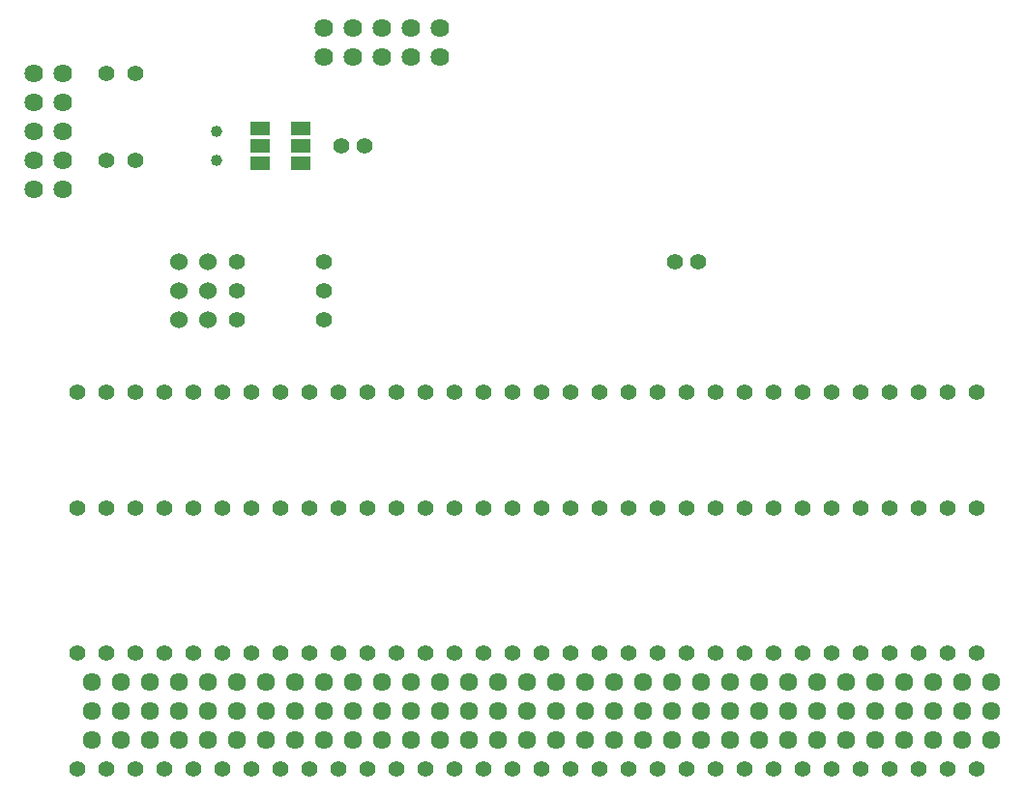
<source format=gbr>
G04 EAGLE Gerber RS-274X export*
G75*
%MOMM*%
%FSLAX34Y34*%
%LPD*%
%INSoldermask Bottom*%
%IPPOS*%
%AMOC8*
5,1,8,0,0,1.08239X$1,22.5*%
G01*
%ADD10C,1.422400*%
%ADD11C,1.524000*%
%ADD12C,1.625600*%
%ADD13C,1.009600*%
%ADD14R,1.701800X1.270000*%
%ADD15C,1.609600*%


D10*
X127000Y622300D03*
X127000Y546100D03*
X101600Y622300D03*
X101600Y546100D03*
D11*
X165100Y457200D03*
X190500Y457200D03*
X165100Y431800D03*
X190500Y431800D03*
X165100Y406400D03*
X190500Y406400D03*
D10*
X292100Y457200D03*
X215900Y457200D03*
X292100Y431800D03*
X215900Y431800D03*
X292100Y406400D03*
X215900Y406400D03*
X619760Y457200D03*
X599440Y457200D03*
X327660Y558800D03*
X307340Y558800D03*
D12*
X393700Y661670D03*
X393700Y636270D03*
X368300Y661670D03*
X368300Y636270D03*
X342900Y661670D03*
X342900Y636270D03*
X317500Y661670D03*
X317500Y636270D03*
X292100Y661670D03*
X292100Y636270D03*
X63500Y520700D03*
X38100Y520700D03*
X63500Y546100D03*
X38100Y546100D03*
X63500Y571500D03*
X38100Y571500D03*
X63500Y596900D03*
X38100Y596900D03*
X63500Y622300D03*
X38100Y622300D03*
D10*
X863600Y241300D03*
X838200Y241300D03*
X812800Y241300D03*
X787400Y241300D03*
X762000Y241300D03*
X736600Y241300D03*
X711200Y241300D03*
X685800Y241300D03*
X660400Y241300D03*
X635000Y241300D03*
X609600Y241300D03*
X584200Y241300D03*
X558800Y241300D03*
X533400Y241300D03*
X508000Y241300D03*
X482600Y241300D03*
X457200Y241300D03*
X431800Y241300D03*
X406400Y241300D03*
X76200Y241300D03*
X76200Y12700D03*
X406400Y12700D03*
X431800Y12700D03*
X457200Y12700D03*
X482600Y12700D03*
X508000Y12700D03*
X533400Y12700D03*
X558800Y12700D03*
X584200Y12700D03*
X609600Y12700D03*
X635000Y12700D03*
X660400Y12700D03*
X685800Y12700D03*
X711200Y12700D03*
X736600Y12700D03*
X762000Y12700D03*
X787400Y12700D03*
X812800Y12700D03*
X838200Y12700D03*
X863600Y12700D03*
X381000Y241300D03*
X355600Y241300D03*
X330200Y241300D03*
X304800Y241300D03*
X279400Y241300D03*
X254000Y241300D03*
X228600Y241300D03*
X203200Y241300D03*
X177800Y241300D03*
X152400Y241300D03*
X127000Y241300D03*
X101600Y241300D03*
X381000Y12700D03*
X355600Y12700D03*
X330200Y12700D03*
X304800Y12700D03*
X279400Y12700D03*
X254000Y12700D03*
X228600Y12700D03*
X203200Y12700D03*
X177800Y12700D03*
X152400Y12700D03*
X127000Y12700D03*
X101600Y12700D03*
D13*
X198120Y571500D03*
X198120Y546100D03*
D14*
X271780Y543560D03*
X271780Y558800D03*
X271780Y574040D03*
X236220Y574040D03*
X236220Y558800D03*
X236220Y543560D03*
D10*
X863600Y342900D03*
X838200Y342900D03*
X812800Y342900D03*
X787400Y342900D03*
X762000Y342900D03*
X736600Y342900D03*
X711200Y342900D03*
X685800Y342900D03*
X660400Y342900D03*
X635000Y342900D03*
X609600Y342900D03*
X584200Y342900D03*
X558800Y342900D03*
X533400Y342900D03*
X508000Y342900D03*
X482600Y342900D03*
X457200Y342900D03*
X431800Y342900D03*
X406400Y342900D03*
X76200Y342900D03*
X76200Y114300D03*
X406400Y114300D03*
X431800Y114300D03*
X457200Y114300D03*
X482600Y114300D03*
X508000Y114300D03*
X533400Y114300D03*
X558800Y114300D03*
X584200Y114300D03*
X609600Y114300D03*
X635000Y114300D03*
X660400Y114300D03*
X685800Y114300D03*
X711200Y114300D03*
X736600Y114300D03*
X762000Y114300D03*
X787400Y114300D03*
X812800Y114300D03*
X838200Y114300D03*
X863600Y114300D03*
X381000Y342900D03*
X355600Y342900D03*
X330200Y342900D03*
X304800Y342900D03*
X279400Y342900D03*
X254000Y342900D03*
X228600Y342900D03*
X203200Y342900D03*
X177800Y342900D03*
X152400Y342900D03*
X127000Y342900D03*
X101600Y342900D03*
X381000Y114300D03*
X355600Y114300D03*
X330200Y114300D03*
X304800Y114300D03*
X279400Y114300D03*
X254000Y114300D03*
X228600Y114300D03*
X203200Y114300D03*
X177800Y114300D03*
X152400Y114300D03*
X127000Y114300D03*
X101600Y114300D03*
D15*
X876300Y38100D03*
X850900Y38100D03*
X825500Y38100D03*
X800100Y38100D03*
X774700Y38100D03*
X749300Y38100D03*
X723900Y38100D03*
X698500Y38100D03*
X673100Y38100D03*
X647700Y38100D03*
X622300Y38100D03*
X596900Y38100D03*
X571500Y38100D03*
X546100Y38100D03*
X520700Y38100D03*
X495300Y38100D03*
X469900Y38100D03*
X444500Y38100D03*
X419100Y38100D03*
X393700Y38100D03*
X368300Y38100D03*
X342900Y38100D03*
X317500Y38100D03*
X292100Y38100D03*
X266700Y38100D03*
X241300Y38100D03*
X215900Y38100D03*
X190500Y38100D03*
X165100Y38100D03*
X139700Y38100D03*
X114300Y38100D03*
X88900Y38100D03*
X876300Y88900D03*
X850900Y88900D03*
X825500Y88900D03*
X800100Y88900D03*
X774700Y88900D03*
X749300Y88900D03*
X723900Y88900D03*
X698500Y88900D03*
X673100Y88900D03*
X647700Y88900D03*
X622300Y88900D03*
X596900Y88900D03*
X571500Y88900D03*
X546100Y88900D03*
X520700Y88900D03*
X495300Y88900D03*
X469900Y88900D03*
X444500Y88900D03*
X419100Y88900D03*
X393700Y88900D03*
X368300Y88900D03*
X342900Y88900D03*
X317500Y88900D03*
X292100Y88900D03*
X266700Y88900D03*
X241300Y88900D03*
X215900Y88900D03*
X190500Y88900D03*
X165100Y88900D03*
X139700Y88900D03*
X114300Y88900D03*
X88900Y88900D03*
X876300Y63500D03*
X850900Y63500D03*
X825500Y63500D03*
X800100Y63500D03*
X774700Y63500D03*
X749300Y63500D03*
X723900Y63500D03*
X698500Y63500D03*
X673100Y63500D03*
X647700Y63500D03*
X622300Y63500D03*
X596900Y63500D03*
X571500Y63500D03*
X546100Y63500D03*
X520700Y63500D03*
X495300Y63500D03*
X469900Y63500D03*
X444500Y63500D03*
X419100Y63500D03*
X393700Y63500D03*
X368300Y63500D03*
X342900Y63500D03*
X317500Y63500D03*
X292100Y63500D03*
X266700Y63500D03*
X241300Y63500D03*
X215900Y63500D03*
X190500Y63500D03*
X165100Y63500D03*
X139700Y63500D03*
X114300Y63500D03*
X88900Y63500D03*
M02*

</source>
